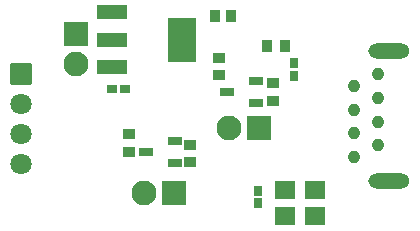
<source format=gts>
G04 Layer: TopSolderMaskLayer*
G04 EasyEDA v6.5.29, 2023-10-05 15:07:23*
G04 0de49d076cbe44b984db42f85a7ac8d1,cce8abda2c6f4e5b9eea80e955d706a9,10*
G04 Gerber Generator version 0.2*
G04 Scale: 100 percent, Rotated: No, Reflected: No *
G04 Dimensions in millimeters *
G04 leading zeros omitted , absolute positions ,4 integer and 5 decimal *
%FSLAX45Y45*%
%MOMM*%

%AMMACRO1*1,1,$1,$2,$3*1,1,$1,$4,$5*1,1,$1,0-$2,0-$3*1,1,$1,0-$4,0-$5*20,1,$1,$2,$3,$4,$5,0*20,1,$1,$4,$5,0-$2,0-$3,0*20,1,$1,0-$2,0-$3,0-$4,0-$5,0*20,1,$1,0-$4,0-$5,$2,$3,0*4,1,4,$2,$3,$4,$5,0-$2,0-$3,0-$4,0-$5,$2,$3,0*%
%ADD10MACRO1,0.1016X0.395X0.27X0.395X-0.27*%
%ADD11MACRO1,0.1016X-0.395X0.27X-0.395X-0.27*%
%ADD12MACRO1,0.1016X0.27X-0.395X-0.27X-0.395*%
%ADD13MACRO1,0.1016X0.27X0.395X-0.27X0.395*%
%ADD14MACRO1,0.1016X0.4X-0.45X-0.4X-0.45*%
%ADD15MACRO1,0.1016X0.85X0.85X0.85X-0.85*%
%ADD16C,1.8016*%
%ADD17MACRO1,0.1016X1X1X1X-1*%
%ADD18C,2.1016*%
%ADD19MACRO1,0.1016X1X-1X-1X-1*%
%ADD20MACRO1,0.1016X-0.535X0.3X0.535X0.3*%
%ADD21MACRO1,0.1016X-0.432X0.4032X0.432X0.4032*%
%ADD22MACRO1,0.1016X-0.432X-0.4032X0.432X-0.4032*%
%ADD23MACRO1,0.1016X0.4032X0.432X0.4032X-0.432*%
%ADD24MACRO1,0.1016X-0.4032X0.432X-0.4032X-0.432*%
%ADD25MACRO1,0.1016X0.432X-0.4032X-0.432X-0.4032*%
%ADD26MACRO1,0.1016X0.432X0.4032X-0.432X0.4032*%
%ADD27O,1.0015981999999999X1.1015979999999999*%
%ADD28O,3.5015932X1.3015976000000002*%
%ADD29MACRO1,0.1016X1.25X-0.55X-1.25X-0.55*%
%ADD30MACRO1,0.1016X-1.17X-1.8X-1.17X1.8*%
%ADD31MACRO1,0.1016X-0.8X0.75X0.8X0.75*%
%ADD32MACRO1,0.1016X0.8X-0.75X-0.8X-0.75*%

%LPD*%
D10*
G01*
X923394Y-774700D03*
D11*
G01*
X1032405Y-774700D03*
D12*
G01*
X2463800Y-555094D03*
D13*
G01*
X2463800Y-664105D03*
D12*
G01*
X2159000Y-1634594D03*
D13*
G01*
X2159000Y-1743605D03*
D14*
G01*
X1796900Y-152400D03*
G01*
X1936899Y-152400D03*
D15*
G01*
X152400Y-647700D03*
D16*
G01*
X152400Y-901700D03*
G01*
X152400Y-1155700D03*
G01*
X152400Y-1409700D03*
D17*
G01*
X622300Y-304800D03*
D18*
G01*
X622300Y-558800D03*
D19*
G01*
X2171700Y-1104900D03*
D18*
G01*
X1917700Y-1104900D03*
D19*
G01*
X1447800Y-1651000D03*
D18*
G01*
X1193800Y-1651000D03*
D20*
G01*
X1456999Y-1403096D03*
G01*
X1456999Y-1213103D03*
G01*
X1210000Y-1308100D03*
G01*
X2142799Y-895096D03*
G01*
X2142799Y-705103D03*
G01*
X1895800Y-800100D03*
D21*
G01*
X2286000Y-875424D03*
D22*
G01*
X2286000Y-724775D03*
D23*
G01*
X2236075Y-406400D03*
D24*
G01*
X2386724Y-406400D03*
D21*
G01*
X1587500Y-1396124D03*
D22*
G01*
X1587500Y-1245475D03*
D25*
G01*
X1828800Y-508875D03*
D26*
G01*
X1828800Y-659524D03*
D25*
G01*
X1066800Y-1156575D03*
D26*
G01*
X1066800Y-1307224D03*
D27*
G01*
X2974992Y-749998D03*
G01*
X3174994Y-849998D03*
G01*
X2974992Y-949998D03*
G01*
X3174994Y-1049997D03*
G01*
X2974992Y-1149997D03*
G01*
X3174994Y-1249997D03*
G01*
X2974992Y-1349997D03*
D28*
G01*
X3274994Y-449999D03*
D27*
G01*
X3174994Y-649998D03*
D28*
G01*
X3274994Y-1549996D03*
D29*
G01*
X922206Y-125602D03*
G01*
X922206Y-355600D03*
G01*
X922206Y-585597D03*
D30*
G01*
X1516202Y-355600D03*
D31*
G01*
X2387600Y-1849901D03*
G01*
X2641600Y-1849901D03*
D32*
G01*
X2641600Y-1629901D03*
D31*
G01*
X2387600Y-1629901D03*
M02*

</source>
